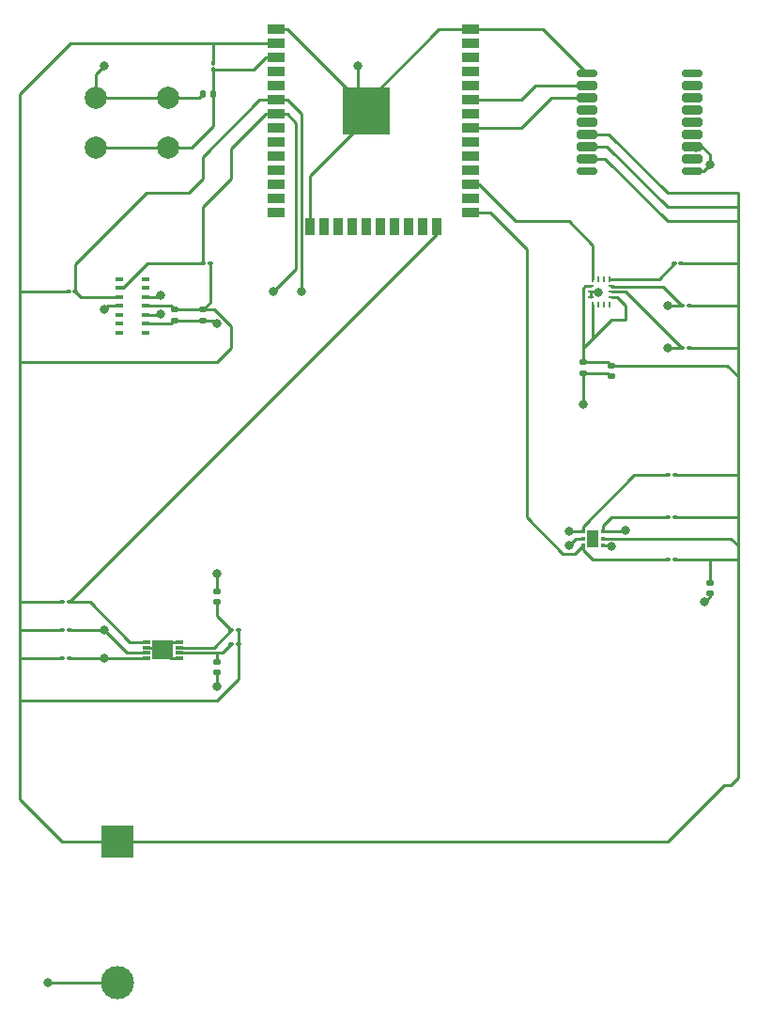
<source format=gbr>
%TF.GenerationSoftware,KiCad,Pcbnew,7.0.9*%
%TF.CreationDate,2023-12-04T17:48:11-03:00*%
%TF.ProjectId,aussistente,61757373-6973-4746-956e-74652e6b6963,1*%
%TF.SameCoordinates,Original*%
%TF.FileFunction,Copper,L1,Top*%
%TF.FilePolarity,Positive*%
%FSLAX46Y46*%
G04 Gerber Fmt 4.6, Leading zero omitted, Abs format (unit mm)*
G04 Created by KiCad (PCBNEW 7.0.9) date 2023-12-04 17:48:11*
%MOMM*%
%LPD*%
G01*
G04 APERTURE LIST*
G04 Aperture macros list*
%AMRoundRect*
0 Rectangle with rounded corners*
0 $1 Rounding radius*
0 $2 $3 $4 $5 $6 $7 $8 $9 X,Y pos of 4 corners*
0 Add a 4 corners polygon primitive as box body*
4,1,4,$2,$3,$4,$5,$6,$7,$8,$9,$2,$3,0*
0 Add four circle primitives for the rounded corners*
1,1,$1+$1,$2,$3*
1,1,$1+$1,$4,$5*
1,1,$1+$1,$6,$7*
1,1,$1+$1,$8,$9*
0 Add four rect primitives between the rounded corners*
20,1,$1+$1,$2,$3,$4,$5,0*
20,1,$1+$1,$4,$5,$6,$7,0*
20,1,$1+$1,$6,$7,$8,$9,0*
20,1,$1+$1,$8,$9,$2,$3,0*%
G04 Aperture macros list end*
%TA.AperFunction,ComponentPad*%
%ADD10C,2.000000*%
%TD*%
%TA.AperFunction,ComponentPad*%
%ADD11R,3.000000X3.000000*%
%TD*%
%TA.AperFunction,ComponentPad*%
%ADD12C,3.000000*%
%TD*%
%TA.AperFunction,SMDPad,CuDef*%
%ADD13RoundRect,0.100000X0.130000X0.100000X-0.130000X0.100000X-0.130000X-0.100000X0.130000X-0.100000X0*%
%TD*%
%TA.AperFunction,SMDPad,CuDef*%
%ADD14RoundRect,0.093750X-0.093750X-0.106250X0.093750X-0.106250X0.093750X0.106250X-0.093750X0.106250X0*%
%TD*%
%TA.AperFunction,SMDPad,CuDef*%
%ADD15R,1.000000X1.600000*%
%TD*%
%TA.AperFunction,SMDPad,CuDef*%
%ADD16R,1.500000X0.900000*%
%TD*%
%TA.AperFunction,SMDPad,CuDef*%
%ADD17R,0.900000X1.500000*%
%TD*%
%TA.AperFunction,SMDPad,CuDef*%
%ADD18R,1.050000X1.050000*%
%TD*%
%TA.AperFunction,HeatsinkPad*%
%ADD19C,0.600000*%
%TD*%
%TA.AperFunction,SMDPad,CuDef*%
%ADD20R,4.200000X4.200000*%
%TD*%
%TA.AperFunction,SMDPad,CuDef*%
%ADD21RoundRect,0.100000X-0.130000X-0.100000X0.130000X-0.100000X0.130000X0.100000X-0.130000X0.100000X0*%
%TD*%
%TA.AperFunction,SMDPad,CuDef*%
%ADD22RoundRect,0.087500X-0.287500X-0.087500X0.287500X-0.087500X0.287500X0.087500X-0.287500X0.087500X0*%
%TD*%
%TA.AperFunction,SMDPad,CuDef*%
%ADD23RoundRect,0.140000X-0.170000X0.140000X-0.170000X-0.140000X0.170000X-0.140000X0.170000X0.140000X0*%
%TD*%
%TA.AperFunction,SMDPad,CuDef*%
%ADD24RoundRect,0.140000X0.140000X0.170000X-0.140000X0.170000X-0.140000X-0.170000X0.140000X-0.170000X0*%
%TD*%
%TA.AperFunction,SMDPad,CuDef*%
%ADD25R,0.250000X0.475000*%
%TD*%
%TA.AperFunction,SMDPad,CuDef*%
%ADD26R,0.475000X0.250000*%
%TD*%
%TA.AperFunction,SMDPad,CuDef*%
%ADD27RoundRect,0.140000X0.170000X-0.140000X0.170000X0.140000X-0.170000X0.140000X-0.170000X-0.140000X0*%
%TD*%
%TA.AperFunction,SMDPad,CuDef*%
%ADD28R,1.900000X1.750000*%
%TD*%
%TA.AperFunction,SMDPad,CuDef*%
%ADD29R,0.750000X0.300000*%
%TD*%
%TA.AperFunction,SMDPad,CuDef*%
%ADD30RoundRect,0.175000X-0.725000X-0.175000X0.725000X-0.175000X0.725000X0.175000X-0.725000X0.175000X0*%
%TD*%
%TA.AperFunction,SMDPad,CuDef*%
%ADD31RoundRect,0.200000X-0.700000X-0.200000X0.700000X-0.200000X0.700000X0.200000X-0.700000X0.200000X0*%
%TD*%
%TA.AperFunction,SMDPad,CuDef*%
%ADD32RoundRect,0.100000X-0.100000X0.130000X-0.100000X-0.130000X0.100000X-0.130000X0.100000X0.130000X0*%
%TD*%
%TA.AperFunction,ViaPad*%
%ADD33C,0.800000*%
%TD*%
%TA.AperFunction,Conductor*%
%ADD34C,0.250000*%
%TD*%
G04 APERTURE END LIST*
D10*
%TO.P,SW1,1,1*%
%TO.N,GND*%
X88190000Y-72680000D03*
X94690000Y-72680000D03*
%TO.P,SW1,2,2*%
%TO.N,/RESET*%
X88190000Y-77180000D03*
X94690000Y-77180000D03*
%TD*%
D11*
%TO.P,BT1,1,+*%
%TO.N,VDDIO*%
X90150000Y-139700000D03*
D12*
%TO.P,BT1,2,-*%
%TO.N,GND*%
X90150000Y-152400000D03*
%TD*%
D13*
%TO.P,R2,1*%
%TO.N,VDDIO*%
X140365000Y-110490000D03*
%TO.P,R2,2*%
%TO.N,SDA*%
X139725000Y-110490000D03*
%TD*%
D14*
%TO.P,U3,1,SCL*%
%TO.N,SCL*%
X132080000Y-111730000D03*
%TO.P,U3,2,GND*%
%TO.N,GND*%
X132080000Y-112380000D03*
%TO.P,U3,3,ALERT*%
%TO.N,TEMP*%
X132080000Y-113030000D03*
%TO.P,U3,4,ADD0*%
%TO.N,GND*%
X133855000Y-113030000D03*
%TO.P,U3,5,V+*%
%TO.N,VDDIO*%
X133855000Y-112380000D03*
%TO.P,U3,6,SDA*%
%TO.N,SDA*%
X133855000Y-111730000D03*
D15*
%TO.P,U3,7*%
%TO.N,N/C*%
X132967500Y-112380000D03*
%TD*%
D13*
%TO.P,R9,1*%
%TO.N,VDDIO*%
X100995000Y-120650000D03*
%TO.P,R9,2*%
%TO.N,Net-(IC1-VDD)*%
X100355000Y-120650000D03*
%TD*%
D16*
%TO.P,U1,1,GND*%
%TO.N,GND*%
X104452500Y-66555000D03*
%TO.P,U1,2,VDD*%
%TO.N,VDDIO*%
X104452500Y-67825000D03*
%TO.P,U1,3,EN*%
%TO.N,/RESET*%
X104452500Y-69095000D03*
%TO.P,U1,4,SENSOR_VP*%
%TO.N,unconnected-(U1-SENSOR_VP-Pad4)*%
X104452500Y-70365000D03*
%TO.P,U1,5,SENSOR_VN*%
%TO.N,unconnected-(U1-SENSOR_VN-Pad5)*%
X104452500Y-71635000D03*
%TO.P,U1,6,IO34*%
%TO.N,SDA*%
X104452500Y-72905000D03*
%TO.P,U1,7,IO35*%
%TO.N,SCL*%
X104452500Y-74175000D03*
%TO.P,U1,8,IO32*%
%TO.N,unconnected-(U1-IO32-Pad8)*%
X104452500Y-75445000D03*
%TO.P,U1,9,IO33*%
%TO.N,unconnected-(U1-IO33-Pad9)*%
X104452500Y-76715000D03*
%TO.P,U1,10,IO25*%
%TO.N,unconnected-(U1-IO25-Pad10)*%
X104452500Y-77985000D03*
%TO.P,U1,11,IO26*%
%TO.N,unconnected-(U1-IO26-Pad11)*%
X104452500Y-79255000D03*
%TO.P,U1,12,IO27*%
%TO.N,unconnected-(U1-IO27-Pad12)*%
X104452500Y-80525000D03*
%TO.P,U1,13,IO14*%
%TO.N,unconnected-(U1-IO14-Pad13)*%
X104452500Y-81795000D03*
%TO.P,U1,14,IO12*%
%TO.N,unconnected-(U1-IO12-Pad14)*%
X104452500Y-83065000D03*
D17*
%TO.P,U1,15,GND*%
%TO.N,GND*%
X107492500Y-84315000D03*
%TO.P,U1,16,IO13*%
%TO.N,unconnected-(U1-IO13-Pad16)*%
X108762500Y-84315000D03*
%TO.P,U1,17,SHD/SD2*%
%TO.N,unconnected-(U1-SHD{slash}SD2-Pad17)*%
X110032500Y-84315000D03*
%TO.P,U1,18,SWP/SD3*%
%TO.N,unconnected-(U1-SWP{slash}SD3-Pad18)*%
X111302500Y-84315000D03*
%TO.P,U1,19,SCS/CMD*%
%TO.N,unconnected-(U1-SCS{slash}CMD-Pad19)*%
X112572500Y-84315000D03*
%TO.P,U1,20,SCK/CLK*%
%TO.N,unconnected-(U1-SCK{slash}CLK-Pad20)*%
X113842500Y-84315000D03*
%TO.P,U1,21,SDO/SD0*%
%TO.N,unconnected-(U1-SDO{slash}SD0-Pad21)*%
X115112500Y-84315000D03*
%TO.P,U1,22,SDI/SD1*%
%TO.N,unconnected-(U1-SDI{slash}SD1-Pad22)*%
X116382500Y-84315000D03*
%TO.P,U1,23,IO15*%
%TO.N,unconnected-(U1-IO15-Pad23)*%
X117652500Y-84315000D03*
%TO.P,U1,24,IO2*%
%TO.N,BAT*%
X118922500Y-84315000D03*
D16*
%TO.P,U1,25,IO0*%
%TO.N,TEMP*%
X121952500Y-83065000D03*
%TO.P,U1,26,IO4*%
%TO.N,unconnected-(U1-IO4-Pad26)*%
X121952500Y-81795000D03*
%TO.P,U1,27,IO16*%
%TO.N,IMU1*%
X121952500Y-80525000D03*
%TO.P,U1,28,IO17*%
%TO.N,unconnected-(U1-IO17-Pad28)*%
X121952500Y-79255000D03*
%TO.P,U1,29,IO5*%
%TO.N,unconnected-(U1-IO5-Pad29)*%
X121952500Y-77985000D03*
%TO.P,U1,30,IO18*%
%TO.N,unconnected-(U1-IO18-Pad30)*%
X121952500Y-76715000D03*
%TO.P,U1,31,IO19*%
%TO.N,GPSRX*%
X121952500Y-75445000D03*
%TO.P,U1,32,NC*%
%TO.N,unconnected-(U1-NC-Pad32)*%
X121952500Y-74175000D03*
%TO.P,U1,33,IO21*%
%TO.N,GPSTX*%
X121952500Y-72905000D03*
%TO.P,U1,34,RXD0/IO3*%
%TO.N,unconnected-(U1-RXD0{slash}IO3-Pad34)*%
X121952500Y-71635000D03*
%TO.P,U1,35,TXD0/IO1*%
%TO.N,unconnected-(U1-TXD0{slash}IO1-Pad35)*%
X121952500Y-70365000D03*
%TO.P,U1,36,IO22*%
%TO.N,unconnected-(U1-IO22-Pad36)*%
X121952500Y-69095000D03*
%TO.P,U1,37,IO23*%
%TO.N,unconnected-(U1-IO23-Pad37)*%
X121952500Y-67825000D03*
%TO.P,U1,38,GND*%
%TO.N,GND*%
X121952500Y-66555000D03*
D18*
%TO.P,U1,39,GND*%
X110997500Y-72370000D03*
D19*
X110997500Y-73132500D03*
D18*
X110997500Y-73895000D03*
D19*
X110997500Y-74657500D03*
D18*
X110997500Y-75420000D03*
D19*
X111760000Y-72370000D03*
X111760000Y-73895000D03*
X111760000Y-75420000D03*
D18*
X112522500Y-72370000D03*
D19*
X112522500Y-73132500D03*
D18*
X112522500Y-73895000D03*
D20*
X112522500Y-73895000D03*
D19*
X112522500Y-74657500D03*
D18*
X112522500Y-75420000D03*
D19*
X113285000Y-72370000D03*
X113285000Y-73895000D03*
X113285000Y-75420000D03*
D18*
X114047500Y-72370000D03*
D19*
X114047500Y-73132500D03*
D18*
X114047500Y-73895000D03*
D19*
X114047500Y-74657500D03*
D18*
X114047500Y-75420000D03*
%TD*%
D13*
%TO.P,R8,1*%
%TO.N,VDDIO*%
X141635000Y-91440000D03*
%TO.P,R8,2*%
%TO.N,SDA*%
X140995000Y-91440000D03*
%TD*%
D21*
%TO.P,R13,2*%
%TO.N,SCL*%
X85755000Y-120650000D03*
%TO.P,R13,1*%
%TO.N,VDDIO*%
X85115000Y-120650000D03*
%TD*%
D22*
%TO.P,U4,1,NC*%
%TO.N,unconnected-(U4-NC-Pad1)*%
X90240000Y-89040000D03*
%TO.P,U4,2,SCL*%
%TO.N,SCL*%
X90240000Y-89840000D03*
%TO.P,U4,3,SDA*%
%TO.N,SDA*%
X90240000Y-90640000D03*
%TO.P,U4,4,PGND*%
%TO.N,GND*%
X90240000Y-91440000D03*
%TO.P,U4,5,NC*%
%TO.N,unconnected-(U4-NC-Pad5)*%
X90240000Y-92240000D03*
%TO.P,U4,6,NC*%
%TO.N,unconnected-(U4-NC-Pad6)*%
X90240000Y-93040000D03*
%TO.P,U4,7,NC*%
%TO.N,unconnected-(U4-NC-Pad7)*%
X90240000Y-93840000D03*
%TO.P,U4,8,NC*%
%TO.N,unconnected-(U4-NC-Pad8)*%
X92640000Y-93840000D03*
%TO.P,U4,9,VLED+*%
%TO.N,GND*%
X92640000Y-93040000D03*
%TO.P,U4,10,VLED+*%
X92640000Y-92240000D03*
%TO.P,U4,11,VDD*%
%TO.N,VDDIO*%
X92640000Y-91440000D03*
%TO.P,U4,12,GND*%
%TO.N,GND*%
X92640000Y-90640000D03*
%TO.P,U4,13,~{INT}*%
%TO.N,unconnected-(U4-~{INT}-Pad13)*%
X92640000Y-89840000D03*
%TO.P,U4,14,NC*%
%TO.N,unconnected-(U4-NC-Pad14)*%
X92640000Y-89040000D03*
%TD*%
D23*
%TO.P,C7,1*%
%TO.N,Net-(IC1-CELL)*%
X99060000Y-123500000D03*
%TO.P,C7,2*%
%TO.N,GND*%
X99060000Y-124460000D03*
%TD*%
%TO.P,C3,1*%
%TO.N,VDDIO*%
X97790000Y-91790000D03*
%TO.P,C3,2*%
%TO.N,GND*%
X97790000Y-92750000D03*
%TD*%
%TO.P,C5,1*%
%TO.N,VDDIO*%
X132080000Y-96520000D03*
%TO.P,C5,2*%
%TO.N,GND*%
X132080000Y-97480000D03*
%TD*%
%TO.P,C4,1*%
%TO.N,VDDIO*%
X134620000Y-96830000D03*
%TO.P,C4,2*%
%TO.N,GND*%
X134620000Y-97790000D03*
%TD*%
D13*
%TO.P,R15,1*%
%TO.N,VDDIO*%
X140945000Y-87630000D03*
%TO.P,R15,2*%
%TO.N,Net-(U2-SDO)*%
X140305000Y-87630000D03*
%TD*%
D21*
%TO.P,R11,2*%
%TO.N,BAT*%
X85755000Y-118110000D03*
%TO.P,R11,1*%
%TO.N,VDDIO*%
X85115000Y-118110000D03*
%TD*%
D24*
%TO.P,C8,1*%
%TO.N,/RESET*%
X98750000Y-72390000D03*
%TO.P,C8,2*%
%TO.N,GND*%
X97790000Y-72390000D03*
%TD*%
D25*
%TO.P,U2,1,SDO*%
%TO.N,Net-(U2-SDO)*%
X134457500Y-89007500D03*
%TO.P,U2,2,ASDX*%
%TO.N,unconnected-(U2-ASDX-Pad2)*%
X133957500Y-89007500D03*
%TO.P,U2,3,ASCX*%
%TO.N,unconnected-(U2-ASCX-Pad3)*%
X133457500Y-89007500D03*
%TO.P,U2,4,INT1*%
%TO.N,IMU1*%
X132957500Y-89007500D03*
D26*
%TO.P,U2,5,VDDIO*%
%TO.N,VDDIO*%
X132795000Y-89670000D03*
%TO.P,U2,6,GNDIO*%
%TO.N,GND*%
X132795000Y-90170000D03*
%TO.P,U2,7,GND*%
X132795000Y-90670000D03*
D25*
%TO.P,U2,8,VDD*%
%TO.N,VDDIO*%
X132957500Y-91332500D03*
%TO.P,U2,9,INT2*%
%TO.N,unconnected-(U2-INT2-Pad9)*%
X133457500Y-91332500D03*
%TO.P,U2,10,OSCB*%
%TO.N,unconnected-(U2-OSCB-Pad10)*%
X133957500Y-91332500D03*
%TO.P,U2,11,OSDO*%
%TO.N,unconnected-(U2-OSDO-Pad11)*%
X134457500Y-91332500D03*
D26*
%TO.P,U2,12,CSB*%
%TO.N,VDDIO*%
X134620000Y-90670000D03*
%TO.P,U2,13,SCX*%
%TO.N,SCL*%
X134620000Y-90170000D03*
%TO.P,U2,14,SDX*%
%TO.N,SDA*%
X134620000Y-89670000D03*
%TD*%
D23*
%TO.P,C2,1*%
%TO.N,VDDIO*%
X95250000Y-91790000D03*
%TO.P,C2,2*%
%TO.N,GND*%
X95250000Y-92750000D03*
%TD*%
D13*
%TO.P,R1,1*%
%TO.N,VDDIO*%
X140365000Y-106680000D03*
%TO.P,R1,2*%
%TO.N,SCL*%
X139725000Y-106680000D03*
%TD*%
D27*
%TO.P,C6,1*%
%TO.N,Net-(IC1-VDD)*%
X99060000Y-118110000D03*
%TO.P,C6,2*%
%TO.N,GND*%
X99060000Y-117150000D03*
%TD*%
D13*
%TO.P,R4,1*%
%TO.N,VDDIO*%
X98455000Y-87630000D03*
%TO.P,R4,2*%
%TO.N,SCL*%
X97815000Y-87630000D03*
%TD*%
D21*
%TO.P,R5,1*%
%TO.N,VDDIO*%
X85695000Y-90170000D03*
%TO.P,R5,2*%
%TO.N,SDA*%
X86335000Y-90170000D03*
%TD*%
D13*
%TO.P,R10,1*%
%TO.N,VDDIO*%
X100995000Y-121920000D03*
%TO.P,R10,2*%
%TO.N,Net-(IC1-CELL)*%
X100355000Y-121920000D03*
%TD*%
D28*
%TO.P,IC1,9,EP*%
%TO.N,GND*%
X94210000Y-122440000D03*
D29*
%TO.P,IC1,8,SDA*%
%TO.N,SDA*%
X92710000Y-123190000D03*
%TO.P,IC1,7,SCL*%
%TO.N,SCL*%
X92710000Y-122690000D03*
%TO.P,IC1,6,QSTRT*%
%TO.N,GND*%
X92710000Y-122190000D03*
%TO.P,IC1,5,~{ALRT}*%
%TO.N,BAT*%
X92710000Y-121690000D03*
%TO.P,IC1,4,GND*%
%TO.N,GND*%
X95710000Y-121690000D03*
%TO.P,IC1,3,VDD*%
%TO.N,Net-(IC1-VDD)*%
X95710000Y-122190000D03*
%TO.P,IC1,2,CELL*%
%TO.N,Net-(IC1-CELL)*%
X95710000Y-122690000D03*
%TO.P,IC1,1,CTG*%
%TO.N,GND*%
X95710000Y-123190000D03*
%TD*%
D30*
%TO.P,U5,1,GND*%
%TO.N,GND*%
X132410000Y-70510000D03*
D31*
%TO.P,U5,2,TXD*%
%TO.N,GPSTX*%
X132410000Y-71610000D03*
%TO.P,U5,3,RXD*%
%TO.N,GPSRX*%
X132410000Y-72710000D03*
%TO.P,U5,4,TIMEPULSE*%
%TO.N,unconnected-(U5-TIMEPULSE-Pad4)*%
X132410000Y-73810000D03*
%TO.P,U5,5,EXTINT*%
%TO.N,unconnected-(U5-EXTINT-Pad5)*%
X132410000Y-74910000D03*
%TO.P,U5,6,V_BCKP*%
%TO.N,VDDIO*%
X132410000Y-76010000D03*
%TO.P,U5,7,VCC_IO*%
X132410000Y-77110000D03*
%TO.P,U5,8,VCC*%
X132410000Y-78210000D03*
D30*
%TO.P,U5,9,~{RESET}*%
%TO.N,unconnected-(U5-~{RESET}-Pad9)*%
X132410000Y-79310000D03*
%TO.P,U5,10,GND*%
%TO.N,GND*%
X141910000Y-79310000D03*
D31*
%TO.P,U5,11,RF_IN*%
%TO.N,unconnected-(U5-RF_IN-Pad11)*%
X141910000Y-78210000D03*
%TO.P,U5,12,GND*%
%TO.N,GND*%
X141910000Y-77110000D03*
%TO.P,U5,13,LNA_EN*%
%TO.N,unconnected-(U5-LNA_EN-Pad13)*%
X141910000Y-76010000D03*
%TO.P,U5,14,VCC_RF*%
%TO.N,unconnected-(U5-VCC_RF-Pad14)*%
X141910000Y-74910000D03*
%TO.P,U5,15,VIO_SEL*%
%TO.N,unconnected-(U5-VIO_SEL-Pad15)*%
X141910000Y-73810000D03*
%TO.P,U5,16,SDA*%
%TO.N,unconnected-(U5-SDA-Pad16)*%
X141910000Y-72710000D03*
%TO.P,U5,17,SCL*%
%TO.N,unconnected-(U5-SCL-Pad17)*%
X141910000Y-71610000D03*
D30*
%TO.P,U5,18,~{SAFEBOOT}*%
%TO.N,unconnected-(U5-~{SAFEBOOT}-Pad18)*%
X141910000Y-70510000D03*
%TD*%
D13*
%TO.P,R3,1*%
%TO.N,VDDIO*%
X140365000Y-114300000D03*
%TO.P,R3,2*%
%TO.N,TEMP*%
X139725000Y-114300000D03*
%TD*%
%TO.P,R7,1*%
%TO.N,VDDIO*%
X141635000Y-95250000D03*
%TO.P,R7,2*%
%TO.N,SCL*%
X140995000Y-95250000D03*
%TD*%
D27*
%TO.P,C1,1*%
%TO.N,GND*%
X143510000Y-117320000D03*
%TO.P,C1,2*%
%TO.N,VDDIO*%
X143510000Y-116360000D03*
%TD*%
D21*
%TO.P,R12,2*%
%TO.N,SDA*%
X85755000Y-123190000D03*
%TO.P,R12,1*%
%TO.N,VDDIO*%
X85115000Y-123190000D03*
%TD*%
D32*
%TO.P,R14,1*%
%TO.N,VDDIO*%
X98715000Y-69530000D03*
%TO.P,R14,2*%
%TO.N,/RESET*%
X98715000Y-70170000D03*
%TD*%
D33*
%TO.N,GND*%
X111760000Y-69850000D03*
X133419880Y-90252536D03*
%TO.N,SCL*%
X139700000Y-95250000D03*
%TO.N,SDA*%
X139700000Y-91440000D03*
%TO.N,GND*%
X132080000Y-100330000D03*
%TO.N,SDA*%
X135890000Y-111655500D03*
%TO.N,SCL*%
X130810000Y-111760000D03*
%TO.N,GND*%
X130810000Y-113030000D03*
X134620000Y-113104500D03*
X143030000Y-118110000D03*
X99060000Y-125730000D03*
X99060000Y-115570000D03*
%TO.N,SDA*%
X106680000Y-90170000D03*
%TO.N,SCL*%
X104140000Y-90170000D03*
X88900000Y-120650000D03*
%TO.N,SDA*%
X88900000Y-123190000D03*
%TO.N,GND*%
X88900000Y-69850000D03*
X99060000Y-93060000D03*
X93980000Y-90520000D03*
X143510000Y-78740000D03*
X88900000Y-91790000D03*
X93980000Y-92164500D03*
X83820000Y-152400000D03*
%TD*%
D34*
%TO.N,GND*%
X107492500Y-84315000D02*
X107492500Y-79687500D01*
X107492500Y-79687500D02*
X111760000Y-75420000D01*
X99060000Y-124460000D02*
X99060000Y-125730000D01*
X95710000Y-121690000D02*
X94960000Y-121690000D01*
X94960000Y-121690000D02*
X94210000Y-122440000D01*
%TO.N,SCL*%
X139700000Y-95250000D02*
X140995000Y-95250000D01*
%TO.N,GND*%
X111760000Y-72370000D02*
X111760000Y-69850000D01*
X104452500Y-66555000D02*
X105452500Y-66555000D01*
X105452500Y-66555000D02*
X110997500Y-72100000D01*
X110997500Y-72100000D02*
X110997500Y-72370000D01*
%TO.N,/RESET*%
X104452500Y-69095000D02*
X103452500Y-69095000D01*
X103452500Y-69095000D02*
X102377500Y-70170000D01*
X102377500Y-70170000D02*
X98715000Y-70170000D01*
%TO.N,GND*%
X121952500Y-66555000D02*
X119100000Y-66555000D01*
X119100000Y-66555000D02*
X113285000Y-72370000D01*
X121952500Y-66555000D02*
X128455000Y-66555000D01*
X128455000Y-66555000D02*
X132410000Y-70510000D01*
X133337344Y-90170000D02*
X133419880Y-90252536D01*
X132795000Y-90170000D02*
X133337344Y-90170000D01*
X132795000Y-90670000D02*
X132795000Y-90170000D01*
X94210000Y-122440000D02*
X94960000Y-123190000D01*
X94960000Y-123190000D02*
X95710000Y-123190000D01*
X92710000Y-122190000D02*
X93960000Y-122190000D01*
X93960000Y-122190000D02*
X94210000Y-122440000D01*
%TO.N,IMU1*%
X132957500Y-89007500D02*
X132957500Y-85967500D01*
X132957500Y-85967500D02*
X130810000Y-83820000D01*
X130810000Y-83820000D02*
X125970000Y-83820000D01*
X125970000Y-83820000D02*
X122675000Y-80525000D01*
X122675000Y-80525000D02*
X121952500Y-80525000D01*
%TO.N,VDDIO*%
X144780000Y-134620000D02*
X145385000Y-134620000D01*
X145385000Y-134620000D02*
X146050000Y-133955000D01*
%TO.N,SDA*%
X139700000Y-91440000D02*
X140995000Y-91440000D01*
%TO.N,SCL*%
X134620000Y-90170000D02*
X135915000Y-90170000D01*
X135915000Y-90170000D02*
X140995000Y-95250000D01*
%TO.N,SDA*%
X134620000Y-89670000D02*
X134620000Y-89720000D01*
X134620000Y-89720000D02*
X139275000Y-89720000D01*
X139275000Y-89720000D02*
X140995000Y-91440000D01*
%TO.N,Net-(U2-SDO)*%
X134457500Y-89007500D02*
X138927500Y-89007500D01*
X138927500Y-89007500D02*
X140305000Y-87630000D01*
%TO.N,VDDIO*%
X146050000Y-87630000D02*
X140945000Y-87630000D01*
X146050000Y-95250000D02*
X141635000Y-95250000D01*
X135890000Y-92710000D02*
X135890000Y-91440000D01*
X135120000Y-90670000D02*
X134620000Y-90670000D01*
X132957500Y-94372500D02*
X134620000Y-92710000D01*
X134620000Y-92710000D02*
X135890000Y-92710000D01*
X135890000Y-91440000D02*
X135120000Y-90670000D01*
X132080000Y-95250000D02*
X132080000Y-89872500D01*
X132080000Y-89872500D02*
X132282500Y-89670000D01*
X132282500Y-89670000D02*
X132795000Y-89670000D01*
X132080000Y-96520000D02*
X132080000Y-92710000D01*
X132080000Y-95250000D02*
X132957500Y-94372500D01*
X132957500Y-94372500D02*
X132957500Y-91332500D01*
%TO.N,GND*%
X132080000Y-97790000D02*
X132080000Y-100330000D01*
X132080000Y-97480000D02*
X134310000Y-97480000D01*
X134310000Y-97480000D02*
X134620000Y-97790000D01*
X132080000Y-97480000D02*
X132080000Y-97790000D01*
%TO.N,VDDIO*%
X141635000Y-91440000D02*
X146050000Y-91440000D01*
X146050000Y-91440000D02*
X146050000Y-87630000D01*
X146050000Y-87630000D02*
X146050000Y-83820000D01*
X146050000Y-95250000D02*
X146050000Y-91440000D01*
X146050000Y-97790000D02*
X146050000Y-95250000D01*
X146050000Y-106680000D02*
X146050000Y-97790000D01*
X134620000Y-96830000D02*
X145090000Y-96830000D01*
X145090000Y-96830000D02*
X146050000Y-97790000D01*
X132080000Y-96520000D02*
X134310000Y-96520000D01*
X134310000Y-96520000D02*
X134620000Y-96830000D01*
%TO.N,SDA*%
X135890000Y-111655500D02*
X135890000Y-111760000D01*
X135890000Y-111760000D02*
X135860000Y-111730000D01*
X135860000Y-111730000D02*
X133855000Y-111730000D01*
%TO.N,SCL*%
X130810000Y-111760000D02*
X132050000Y-111760000D01*
X132050000Y-111760000D02*
X132080000Y-111730000D01*
%TO.N,TEMP*%
X127000000Y-110490000D02*
X127000000Y-86360000D01*
X130265000Y-113755000D02*
X127000000Y-110490000D01*
X131355000Y-113755000D02*
X130265000Y-113755000D01*
X132080000Y-113030000D02*
X131355000Y-113755000D01*
X127000000Y-86360000D02*
X123705000Y-83065000D01*
X123705000Y-83065000D02*
X121952500Y-83065000D01*
%TO.N,BAT*%
X85755000Y-118110000D02*
X118922500Y-84942500D01*
X118922500Y-84942500D02*
X118922500Y-84315000D01*
%TO.N,SDA*%
X133855000Y-111255000D02*
X134620000Y-110490000D01*
X133855000Y-111730000D02*
X133855000Y-111255000D01*
X134620000Y-110490000D02*
X139725000Y-110490000D01*
%TO.N,SCL*%
X132080000Y-111730000D02*
X132080000Y-111317500D01*
X136717500Y-106680000D02*
X139725000Y-106680000D01*
X132080000Y-111317500D02*
X136717500Y-106680000D01*
%TO.N,GND*%
X131460000Y-112380000D02*
X130810000Y-113030000D01*
X132080000Y-112380000D02*
X131460000Y-112380000D01*
%TO.N,TEMP*%
X139725000Y-114300000D02*
X132937500Y-114300000D01*
X132937500Y-114300000D02*
X132080000Y-113442500D01*
X132080000Y-113442500D02*
X132080000Y-113030000D01*
%TO.N,GND*%
X134545500Y-113030000D02*
X134620000Y-113104500D01*
X133855000Y-113030000D02*
X134545500Y-113030000D01*
%TO.N,VDDIO*%
X146050000Y-114300000D02*
X146050000Y-113030000D01*
X133855000Y-112380000D02*
X145400000Y-112380000D01*
X146050000Y-113030000D02*
X146050000Y-110490000D01*
X145400000Y-112380000D02*
X146050000Y-113030000D01*
X143510000Y-114300000D02*
X146050000Y-114300000D01*
X140365000Y-114300000D02*
X143510000Y-114300000D01*
X143510000Y-114300000D02*
X143510000Y-116360000D01*
%TO.N,GND*%
X143510000Y-117630000D02*
X143030000Y-118110000D01*
X143510000Y-117320000D02*
X143510000Y-117630000D01*
%TO.N,VDDIO*%
X146050000Y-133955000D02*
X146050000Y-114300000D01*
X146050000Y-110490000D02*
X146050000Y-106680000D01*
X140365000Y-110490000D02*
X146050000Y-110490000D01*
X140365000Y-106680000D02*
X146050000Y-106680000D01*
%TO.N,Net-(IC1-CELL)*%
X99585000Y-122690000D02*
X99060000Y-122690000D01*
X99060000Y-122690000D02*
X95710000Y-122690000D01*
X99060000Y-123500000D02*
X99060000Y-122690000D01*
%TO.N,VDDIO*%
X81280000Y-123190000D02*
X81280000Y-127000000D01*
X81280000Y-127000000D02*
X81280000Y-135890000D01*
X99060000Y-127000000D02*
X81280000Y-127000000D01*
%TO.N,GND*%
X99060000Y-117150000D02*
X99060000Y-115570000D01*
%TO.N,Net-(IC1-VDD)*%
X99060000Y-118110000D02*
X99060000Y-119355000D01*
X99060000Y-119355000D02*
X100355000Y-120650000D01*
%TO.N,Net-(IC1-CELL)*%
X100355000Y-121920000D02*
X99585000Y-122690000D01*
%TO.N,Net-(IC1-VDD)*%
X100355000Y-120650000D02*
X98815000Y-122190000D01*
X98815000Y-122190000D02*
X95710000Y-122190000D01*
%TO.N,VDDIO*%
X100995000Y-120650000D02*
X100995000Y-121920000D01*
X100995000Y-121920000D02*
X100995000Y-125065000D01*
X100995000Y-125065000D02*
X99060000Y-127000000D01*
%TO.N,BAT*%
X85755000Y-118110000D02*
X87630000Y-118110000D01*
X87630000Y-118110000D02*
X91210000Y-121690000D01*
X91210000Y-121690000D02*
X92710000Y-121690000D01*
%TO.N,SDA*%
X88900000Y-123190000D02*
X92710000Y-123190000D01*
X85755000Y-123190000D02*
X88900000Y-123190000D01*
%TO.N,SCL*%
X88900000Y-120650000D02*
X90940000Y-122690000D01*
X90940000Y-122690000D02*
X92710000Y-122690000D01*
X85755000Y-120650000D02*
X88900000Y-120650000D01*
%TO.N,SDA*%
X106680000Y-88900000D02*
X106680000Y-90170000D01*
X106680000Y-77470000D02*
X106680000Y-88900000D01*
%TO.N,SCL*%
X106230000Y-88080000D02*
X104140000Y-90170000D01*
X106230000Y-74952500D02*
X106230000Y-88080000D01*
X105452500Y-74175000D02*
X106230000Y-74952500D01*
X104452500Y-74175000D02*
X105452500Y-74175000D01*
%TO.N,VDDIO*%
X81280000Y-96520000D02*
X81280000Y-118110000D01*
X81280000Y-118110000D02*
X81280000Y-120650000D01*
X85115000Y-118110000D02*
X81280000Y-118110000D01*
X81280000Y-120650000D02*
X81280000Y-123190000D01*
X85115000Y-123190000D02*
X81280000Y-123190000D01*
X85115000Y-120650000D02*
X81280000Y-120650000D01*
X85090000Y-139700000D02*
X90150000Y-139700000D01*
X134430000Y-76010000D02*
X139700000Y-81280000D01*
X85695000Y-90170000D02*
X81280000Y-90170000D01*
X139700000Y-83820000D02*
X146050000Y-83820000D01*
X98455000Y-91125000D02*
X97790000Y-91790000D01*
X85845000Y-67825000D02*
X81280000Y-72390000D01*
X98815305Y-91790000D02*
X100330000Y-93304695D01*
X81280000Y-92710000D02*
X81280000Y-96520000D01*
X139700000Y-81280000D02*
X146050000Y-81280000D01*
X85845000Y-67825000D02*
X104452500Y-67825000D01*
X97790000Y-91790000D02*
X98815305Y-91790000D01*
X134090000Y-78210000D02*
X139700000Y-83820000D01*
X97790000Y-91790000D02*
X95250000Y-91790000D01*
X146050000Y-82550000D02*
X146050000Y-81280000D01*
X81280000Y-88900000D02*
X81280000Y-90170000D01*
X100330000Y-93304695D02*
X100330000Y-95250000D01*
X98715000Y-69530000D02*
X98715000Y-67825000D01*
X81280000Y-87630000D02*
X81280000Y-88900000D01*
X134260000Y-77110000D02*
X139700000Y-82550000D01*
X132410000Y-76010000D02*
X134430000Y-76010000D01*
X139700000Y-139700000D02*
X144780000Y-134620000D01*
X146050000Y-83820000D02*
X146050000Y-82550000D01*
X81280000Y-135890000D02*
X85090000Y-139700000D01*
X99060000Y-96520000D02*
X81280000Y-96520000D01*
X100330000Y-95250000D02*
X99060000Y-96520000D01*
X132410000Y-78210000D02*
X134090000Y-78210000D01*
X98455000Y-87630000D02*
X98455000Y-91125000D01*
X90150000Y-139700000D02*
X139700000Y-139700000D01*
X132410000Y-77110000D02*
X134260000Y-77110000D01*
X94900000Y-91440000D02*
X95250000Y-91790000D01*
X81280000Y-90170000D02*
X81280000Y-92710000D01*
X139700000Y-82550000D02*
X146050000Y-82550000D01*
X92640000Y-91440000D02*
X94900000Y-91440000D01*
X81280000Y-72390000D02*
X81280000Y-87630000D01*
%TO.N,GND*%
X88190000Y-70560000D02*
X88900000Y-69850000D01*
X89250000Y-91440000D02*
X88900000Y-91790000D01*
X97790000Y-92750000D02*
X98750000Y-92750000D01*
X97500000Y-72680000D02*
X97790000Y-72390000D01*
X88190000Y-72680000D02*
X94690000Y-72680000D01*
X141910000Y-77140000D02*
X142240000Y-77470000D01*
X94960000Y-93040000D02*
X95250000Y-92750000D01*
X141910000Y-79310000D02*
X142940000Y-79310000D01*
X90240000Y-91440000D02*
X89250000Y-91440000D01*
X142810000Y-77110000D02*
X143510000Y-77810000D01*
X95250000Y-92750000D02*
X97790000Y-92750000D01*
X141910000Y-77110000D02*
X141910000Y-77140000D01*
X142940000Y-79310000D02*
X143510000Y-78740000D01*
X94690000Y-72680000D02*
X97500000Y-72680000D01*
X92640000Y-93040000D02*
X94960000Y-93040000D01*
X88190000Y-72680000D02*
X88190000Y-70560000D01*
X90150000Y-152400000D02*
X83820000Y-152400000D01*
X92640000Y-90640000D02*
X93860000Y-90640000D01*
X98750000Y-92750000D02*
X99060000Y-93060000D01*
X92640000Y-92240000D02*
X93904500Y-92240000D01*
X141910000Y-77110000D02*
X142810000Y-77110000D01*
X93860000Y-90640000D02*
X93980000Y-90520000D01*
X143510000Y-77810000D02*
X143510000Y-78740000D01*
X93904500Y-92240000D02*
X93980000Y-92164500D01*
%TO.N,/RESET*%
X96810000Y-77180000D02*
X98750000Y-75239999D01*
X98750000Y-74620001D02*
X98750000Y-74930000D01*
X94690000Y-77180000D02*
X96810000Y-77180000D01*
X98750000Y-75239999D02*
X98750000Y-74930000D01*
X98715000Y-74895000D02*
X98750000Y-74930000D01*
X88190000Y-77180000D02*
X94690000Y-77180000D01*
X98715000Y-70170000D02*
X98715000Y-74895000D01*
%TO.N,SCL*%
X90240000Y-89840000D02*
X90614999Y-89840000D01*
X90240000Y-89840000D02*
X90500000Y-89840000D01*
X100330000Y-80010000D02*
X100330000Y-77297500D01*
X97815000Y-87630000D02*
X97815000Y-82525000D01*
X103452500Y-74175000D02*
X104452500Y-74175000D01*
X100330000Y-77297500D02*
X103452500Y-74175000D01*
X90614999Y-89840000D02*
X92824999Y-87630000D01*
X97815000Y-82525000D02*
X100330000Y-80010000D01*
X92824999Y-87630000D02*
X97790000Y-87630000D01*
%TO.N,SDA*%
X105452500Y-72905000D02*
X106680000Y-74132500D01*
X92710000Y-81280000D02*
X96520000Y-81280000D01*
X104452500Y-72905000D02*
X105452500Y-72905000D01*
X97790000Y-80010000D02*
X97790000Y-77997500D01*
X96520000Y-81280000D02*
X97790000Y-80010000D01*
X102882500Y-72905000D02*
X104452500Y-72905000D01*
X86335000Y-90170000D02*
X86805000Y-90640000D01*
X86805000Y-90640000D02*
X90240000Y-90640000D01*
X86335000Y-90170000D02*
X86335000Y-87655000D01*
X86335000Y-87655000D02*
X92710000Y-81280000D01*
X106680000Y-74132500D02*
X106680000Y-77470000D01*
X97790000Y-77997500D02*
X102882500Y-72905000D01*
%TO.N,GPSTX*%
X126485000Y-72905000D02*
X121952500Y-72905000D01*
X127780000Y-71610000D02*
X126485000Y-72905000D01*
X132410000Y-71610000D02*
X127780000Y-71610000D01*
%TO.N,GPSRX*%
X126485000Y-75445000D02*
X121952500Y-75445000D01*
X129220000Y-72710000D02*
X126485000Y-75445000D01*
X132410000Y-72710000D02*
X129220000Y-72710000D01*
%TO.N,unconnected-(U1-IO27-Pad12)*%
X104377500Y-80600000D02*
X104452500Y-80525000D01*
%TD*%
M02*

</source>
